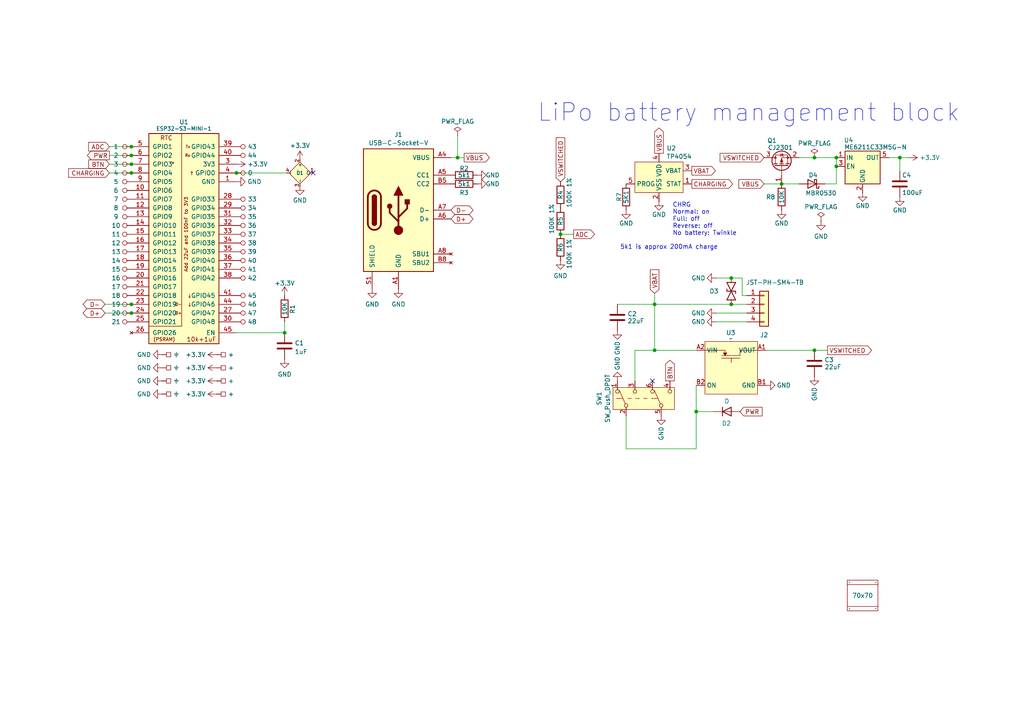
<source format=kicad_sch>
(kicad_sch (version 20250114) (generator "eeschema") (generator_version "9.0")
  (paper "A4")
  (title_block (title "Generic S3") (rev "1") (comment 1 "@TheRealRevK") (comment 2 "www.me.uk"))
  (lib_symbols
    (symbol "Connector_Generic:Conn_01x04" (pin_names (offset 1.016) (hide yes))
      (property "Reference" "J" (at 0 5.08 0))
      (property "Value" "Conn_01x04" (at 0 -7.62 0))
      (symbol "Conn_01x04_1_1"
        (pin passive line (at -5.08 2.54 0) (length 3.81) (name "Pin_1") (number "1"))
        (pin passive line (at -5.08 0 0) (length 3.81) (name "Pin_2") (number "2"))
        (pin passive line (at -5.08 -2.54 0) (length 3.81) (name "Pin_3") (number "3"))
        (pin passive line (at -5.08 -5.08 0) (length 3.81) (name "Pin_4") (number "4"))
      )
    )
    (symbol "Device:C" (pin_numbers (hide yes)) (pin_names (offset 0.254))
      (property "Reference" "C" (at 0.635 2.54 0))
      (property "Value" "C" (at 0.635 -2.54 0))
      (symbol "C_1_1"
        (pin passive line (at 0 3.81 270) (length 2.794) (name "~") (number "1"))
        (pin passive line (at 0 -3.81 90) (length 2.794) (name "~") (number "2"))
      )
    )
    (symbol "Device:D" (pin_numbers (hide yes)) (pin_names (offset 1.016) (hide yes))
      (property "Reference" "D" (at 0 2.54 0))
      (property "Value" "D" (at 0 -2.54 0))
      (symbol "D_1_1"
        (pin passive line (at -3.81 0 0) (length 2.54) (name "K") (number "1"))
        (pin passive line (at 3.81 0 180) (length 2.54) (name "A") (number "2"))
      )
    )
    (symbol "Device:D_Schottky" (pin_numbers (hide yes)) (pin_names (offset 1.016) (hide yes))
      (property "Reference" "D" (at 0 2.54 0))
      (property "Value" "D_Schottky" (at 0 -2.54 0))
      (symbol "D_Schottky_1_1"
        (pin passive line (at -3.81 0 0) (length 2.54) (name "K") (number "1"))
        (pin passive line (at 3.81 0 180) (length 2.54) (name "A") (number "2"))
      )
    )
    (symbol "Device:R" (pin_numbers (hide yes)) (pin_names (offset 0))
      (property "Reference" "R" (at 2.032 0 90))
      (property "Value" "R" (at 0 0 90))
      (symbol "R_1_1"
        (pin passive line (at 0 3.81 270) (length 1.27) (name "~") (number "1"))
        (pin passive line (at 0 -3.81 90) (length 1.27) (name "~") (number "2"))
      )
    )
    (symbol "Regulator_Linear:TLV70033_SOT23-5" (pin_names (offset 0.254))
      (property "Reference" "U" (at -3.81 5.715 0))
      (property "Value" "TLV70033_SOT23-5" (at 0 5.715 0))
      (symbol "TLV70033_SOT23-5_1_1"
        (pin power_in line (at -7.62 2.54 0) (length 2.54) (name "IN") (number "1"))
        (pin input line (at -7.62 0 0) (length 2.54) (name "EN") (number "3"))
        (pin power_in line (at 0 -7.62 90) (length 2.54) (name "GND") (number "2"))
        (pin no_connect line (at 5.08 0 180) (length 2.54) (hide yes) (name "NC") (number "4"))
        (pin power_out line (at 7.62 2.54 180) (length 2.54) (name "OUT") (number "5"))
      )
    )
    (symbol "RevK:ES05D1MC10" (pin_numbers (hide yes))
      (property "Reference" "D" (at 0 2.54 0))
      (symbol "ES05D1MC10_1_1"
        (pin passive line (at -3.81 0 0) (length 1.27) (name "~") (number "2"))
        (pin passive line (at 3.81 0 180) (length 1.27) (name "~") (number "1"))
      )
    )
    (symbol "RevK:ESP32-S3-MINI-1-N4R2" (pin_names (offset 1.016))
      (property "Reference" "U" (at 9.525 28.575 0))
      (property "Value" "ESP32-S3-MINI-1-N4R2" (at 0 31.115 0))
      (symbol "ESP32-S3-MINI-1-N4R2_1_1"
        (text "(PSRAM)" (at -5.715 -29.21 0) (effects (font (size 1 1))))
        (text "RTC" (at -5.08 29.21 0) (effects (font (size 1.27 1.27))))
        (text "*" (at -3.175 21.59 0) (effects (font (size 1.27 1.27))))
        (text "D-" (at -2.54 -19.05 0) (effects (font (size 0.8 0.8)) (justify left)))
        (text "D+" (at -2.54 -21.59 0) (effects (font (size 0.8 0.8)) (justify left)))
        (text "Add 22uF and 100nF to 3V3" (at 0.635 1.27 900) (effects (font (size 1 1))))
        (text "Tx" (at 1.905 26.67 0) (effects (font (size 0.8 0.8)) (justify right)))
        (text "Rx" (at 1.905 24.13 0) (effects (font (size 0.8 0.8)) (justify right)))
        (text "↓" (at 2.54 -16.51 0) (effects (font (size 1.27 1.27)) (justify right)))
        (text "↓" (at 2.54 -19.05 0) (effects (font (size 1.27 1.27)) (justify right)))
        (text "↑" (at 3.175 19.05 0) (effects (font (size 1.27 1.27)) (justify right)))
        (text "10k+1uF" (at 5.08 -29.21 0) (effects (font (size 1.27 1.27))))
        (pin passive line (at -15.24 26.67 0) (length 5.08) (name "GPIO1") (number "5"))
        (pin passive line (at -15.24 24.13 0) (length 5.08) (name "GPIO2") (number "6"))
        (pin passive line (at -15.24 21.59 0) (length 5.08) (name "GPIO3") (number "7"))
        (pin passive line (at -15.24 19.05 0) (length 5.08) (name "GPIO4") (number "8"))
        (pin passive line (at -15.24 16.51 0) (length 5.08) (name "GPIO5") (number "9"))
        (pin passive line (at -15.24 13.97 0) (length 5.08) (name "GPIO6") (number "10"))
        (pin passive line (at -15.24 11.43 0) (length 5.08) (name "GPIO7") (number "11"))
        (pin passive line (at -15.24 8.89 0) (length 5.08) (name "GPIO8") (number "12"))
        (pin passive line (at -15.24 6.35 0) (length 5.08) (name "GPIO9") (number "13"))
        (pin passive line (at -15.24 3.81 0) (length 5.08) (name "GPIO10") (number "14"))
        (pin passive line (at -15.24 1.27 0) (length 5.08) (name "GPIO11") (number "15"))
        (pin passive line (at -15.24 -1.27 0) (length 5.08) (name "GPIO12") (number "16"))
        (pin passive line (at -15.24 -3.81 0) (length 5.08) (name "GPIO13") (number "17"))
        (pin passive line (at -15.24 -6.35 0) (length 5.08) (name "GPIO14") (number "18"))
        (pin passive line (at -15.24 -8.89 0) (length 5.08) (name "GPIO15") (number "19"))
        (pin passive line (at -15.24 -11.43 0) (length 5.08) (name "GPIO16") (number "20"))
        (pin passive line (at -15.24 -13.97 0) (length 5.08) (name "GPIO17") (number "21"))
        (pin passive line (at -15.24 -16.51 0) (length 5.08) (name "GPIO18") (number "22"))
        (pin passive line (at -15.24 -19.05 0) (length 5.08) (name "GPIO19") (number "23"))
        (pin passive line (at -15.24 -21.59 0) (length 5.08) (name "GPIO20") (number "24"))
        (pin passive line (at -15.24 -24.13 0) (length 5.08) (name "GPIO21") (number "25"))
        (pin no_connect line (at -15.24 -27.305 0) (length 5.08) (name "GPIO26") (number "26"))
        (pin passive line (at 15.24 26.67 180) (length 5.08) (name "GPIO43") (number "39"))
        (pin passive line (at 15.24 24.13 180) (length 5.08) (name "GPIO44") (number "40"))
        (pin power_in line (at 15.24 21.59 180) (length 5.08) (name "3V3") (number "3"))
        (pin passive line (at 15.24 19.05 180) (length 5.08) (name "GPIO0") (number "4"))
        (pin power_in line (at 15.24 16.51 180) (length 5.08) (name "GND") (number "1"))
        (pin power_in line (at 15.24 16.51 180) (length 5.08) (hide yes) (name "GND") (number "2"))
        (pin power_in line (at 15.24 16.51 180) (length 5.08) (hide yes) (name "GND") (number "42"))
        (pin power_in line (at 15.24 16.51 180) (length 5.08) (hide yes) (name "GND") (number "43"))
        (pin power_in line (at 15.24 16.51 180) (length 5.08) (hide yes) (name "GND") (number "46"))
        (pin power_in line (at 15.24 16.51 180) (length 5.08) (hide yes) (name "GND") (number "47"))
        (pin power_in line (at 15.24 16.51 180) (length 5.08) (hide yes) (name "GND") (number "48"))
        (pin power_in line (at 15.24 16.51 180) (length 5.08) (hide yes) (name "GND") (number "49"))
        (pin power_in line (at 15.24 16.51 180) (length 5.08) (hide yes) (name "GND") (number "50"))
        (pin power_in line (at 15.24 16.51 180) (length 5.08) (hide yes) (name "GND") (number "51"))
        (pin power_in line (at 15.24 16.51 180) (length 5.08) (hide yes) (name "GND") (number "52"))
        (pin power_in line (at 15.24 16.51 180) (length 5.08) (hide yes) (name "GND") (number "53"))
        (pin power_in line (at 15.24 16.51 180) (length 5.08) (hide yes) (name "GND") (number "54"))
        (pin power_in line (at 15.24 16.51 180) (length 5.08) (hide yes) (name "GND") (number "55"))
        (pin power_in line (at 15.24 16.51 180) (length 5.08) (hide yes) (name "GND") (number "56"))
        (pin power_in line (at 15.24 16.51 180) (length 5.08) (hide yes) (name "GND") (number "57"))
        (pin power_in line (at 15.24 16.51 180) (length 5.08) (hide yes) (name "GND") (number "58"))
        (pin power_in line (at 15.24 16.51 180) (length 5.08) (hide yes) (name "GND") (number "59"))
        (pin power_in line (at 15.24 16.51 180) (length 5.08) (hide yes) (name "GND") (number "60"))
        (pin power_in line (at 15.24 16.51 180) (length 5.08) (hide yes) (name "GND") (number "61"))
        (pin power_in line (at 15.24 16.51 180) (length 5.08) (hide yes) (name "GND") (number "62"))
        (pin power_in line (at 15.24 16.51 180) (length 5.08) (hide yes) (name "GND") (number "63"))
        (pin power_in line (at 15.24 16.51 180) (length 5.08) (hide yes) (name "GND") (number "64"))
        (pin power_in line (at 15.24 16.51 180) (length 5.08) (hide yes) (name "GND") (number "65"))
        (pin passive line (at 15.24 11.43 180) (length 5.08) (name "GPIO33") (number "28"))
        (pin passive line (at 15.24 8.89 180) (length 5.08) (name "GPIO34") (number "29"))
        (pin passive line (at 15.24 6.35 180) (length 5.08) (name "GPIO35") (number "31"))
        (pin passive line (at 15.24 3.81 180) (length 5.08) (name "GPIO36") (number "32"))
        (pin passive line (at 15.24 1.27 180) (length 5.08) (name "GPIO37") (number "33"))
        (pin passive line (at 15.24 -1.27 180) (length 5.08) (name "GPIO38") (number "34"))
        (pin passive line (at 15.24 -3.81 180) (length 5.08) (name "GPIO39") (number "35"))
        (pin passive line (at 15.24 -6.35 180) (length 5.08) (name "GPIO40") (number "36"))
        (pin passive line (at 15.24 -8.89 180) (length 5.08) (name "GPIO41") (number "37"))
        (pin passive line (at 15.24 -11.43 180) (length 5.08) (name "GPIO42") (number "38"))
        (pin passive line (at 15.24 -16.51 180) (length 5.08) (name "GPIO45") (number "41"))
        (pin passive line (at 15.24 -19.05 180) (length 5.08) (name "GPIO46") (number "44"))
        (pin passive line (at 15.24 -21.59 180) (length 5.08) (name "GPIO47") (number "27"))
        (pin passive line (at 15.24 -24.13 180) (length 5.08) (name "GPIO48") (number "30"))
        (pin input line (at 15.24 -27.305 180) (length 5.08) (name "EN") (number "45"))
      )
    )
    (symbol "RevK:PCB" (in_bom no)
      (property "Value" "XxY" (at 0 0 0))
    )
    (symbol "RevK:Round" (in_bom no)
      (property "Value" "Round" (at 2.54 0 0))
      (symbol "Round_1_1"
        (pin bidirectional line (at 0 0 0) (length 1.27) (name "P") (number "1"))
      )
    )
    (symbol "RevK:SW_Push_DPDT" (pin_names (offset 0) (hide yes))
      (property "Reference" "SW" (at 0 10.16 0))
      (property "Value" "SW_Push_DPDT" (at 0 -10.16 0))
      (symbol "SW_Push_DPDT_1_1"
        (pin passive line (at -5.08 5.08 0) (length 2.54) (name "B") (number "2"))
        (pin passive line (at -5.08 -5.08 0) (length 2.54) (name "B") (number "5"))
        (pin passive line (at 5.08 7.62 180) (length 2.54) (name "A") (number "1"))
        (pin passive line (at 5.08 2.54 180) (length 2.54) (name "C") (number "3"))
        (pin passive line (at 5.08 -2.54 180) (length 2.54) (name "A") (number "6"))
        (pin passive line (at 5.08 -7.62 180) (length 2.54) (name "C") (number "4"))
      )
    )
    (symbol "RevK:Square" (in_bom no)
      (property "Value" "Square" (at 2.54 0 0))
      (symbol "Square_1_1"
        (pin passive line (at 0 0 0) (length 1.27) (name "P") (number "1"))
      )
    )
    (symbol "RevK:TP4054"
      (property "Reference" "U" (at 4.445 -5.715 0))
      (property "Value" "TP4054" (at 3.81 5.715 0))
      (symbol "TP4054_1_1"
        (pin input line (at -9.525 -1.905 0) (length 2.54) (name "PROG") (number "5"))
        (pin power_in line (at 0 6.985 270) (length 2.54) (name "VDD") (number "4"))
        (pin power_in line (at 0 -6.985 90) (length 2.54) (name "VSS") (number "2"))
        (pin power_out line (at 9.525 1.905 180) (length 2.54) (name "VBAT") (number "3"))
        (pin open_collector line (at 9.525 -1.905 180) (length 2.54) (name "STAT") (number "1"))
      )
    )
    (symbol "RevK:TPS22916"
      (property "Reference" "U" (at 0 -3.302 0))
      (property "Value" "TPS22916" (at 0 0 0))
      (symbol "TPS22916_1_1"
        (pin power_in line (at -10.16 5.08 0) (length 2.54) (name "VIN") (number "A2"))
        (pin input line (at -10.16 -5.08 0) (length 2.54) (name "ON") (number "B2"))
        (pin power_out line (at 10.16 5.08 180) (length 2.54) (name "VOUT") (number "A1"))
        (pin power_in line (at 10.16 -5.08 180) (length 2.54) (name "GND") (number "B1"))
      )
    )
    (symbol "RevK:USB-C-Socket-H" (pin_names (offset 1.016))
      (property "Reference" "J" (at -10.16 19.05 0))
      (property "Value" "USB-C-Socket-H" (at 0.635 12.7 0))
      (symbol "USB-C-Socket-H_1_1"
        (pin passive line (at -7.62 -22.86 90) (length 5.08) (name "SHIELD") (number "S1"))
        (pin passive line (at 0 -22.86 90) (length 5.08) (name "GND") (number "A1"))
        (pin passive line (at 0 -22.86 90) (length 5.08) (hide yes) (name "GND") (number "A12"))
        (pin passive line (at 0 -22.86 90) (length 5.08) (hide yes) (name "GND") (number "B1"))
        (pin passive line (at 0 -22.86 90) (length 5.08) (hide yes) (name "GND") (number "B12"))
        (pin passive line (at 15.24 15.24 180) (length 5.08) (name "VBUS") (number "A4"))
        (pin passive line (at 15.24 15.24 180) (length 5.08) (hide yes) (name "VBUS") (number "A9"))
        (pin passive line (at 15.24 15.24 180) (length 5.08) (hide yes) (name "VBUS") (number "B4"))
        (pin passive line (at 15.24 15.24 180) (length 5.08) (hide yes) (name "VBUS") (number "B9"))
        (pin bidirectional line (at 15.24 10.16 180) (length 5.08) (name "CC1") (number "A5"))
        (pin bidirectional line (at 15.24 7.62 180) (length 5.08) (name "CC2") (number "B5"))
        (pin bidirectional line (at 15.24 0 180) (length 5.08) (name "D-") (number "A7"))
        (pin bidirectional line (at 15.24 0 180) (length 5.08) (hide yes) (name "D-") (number "B7"))
        (pin bidirectional line (at 15.24 -2.54 180) (length 5.08) (name "D+") (number "A6"))
        (pin bidirectional line (at 15.24 -2.54 180) (length 5.08) (hide yes) (name "D+") (number "B6"))
        (pin no_connect line (at 15.24 -12.7 180) (length 5.08) (name "SBU1") (number "A8"))
        (pin no_connect line (at 15.24 -15.24 180) (length 5.08) (name "SBU2") (number "B8"))
      )
    )
    (symbol "RevK:VCUT" (in_bom no))
    (symbol "RevK:WS2812B-1mm" (pin_names (offset 0.254))
      (property "Reference" "D" (at 0 0 0))
      (symbol "WS2812B-1mm_1_1"
        (pin input line (at -3.81 0 0) (length 0.5) (name "I") (number "4"))
        (pin power_in line (at 0 3.81 270) (length 0.5) (name "-") (number "3"))
        (pin power_in line (at 0 -3.81 90) (length 0.5) (name "+") (number "2"))
        (pin output line (at 3.81 0 180) (length 0.5) (name "O") (number "1"))
      )
    )
    (symbol "Transistor_FET:BSS83P" (pin_names (hide yes))
      (property "Reference" "Q" (at 5.08 1.905 0))
      (property "Value" "BSS83P" (at 5.08 0 0))
      (symbol "BSS83P_1_1"
        (pin input line (at -5.08 0 0) (length 2.54) (name "G") (number "1"))
        (pin passive line (at 2.54 5.08 270) (length 2.54) (name "D") (number "3"))
        (pin passive line (at 2.54 -5.08 90) (length 2.54) (name "S") (number "2"))
      )
    )
    (symbol "power:+3.3V" (power) (pin_numbers (hide yes)) (pin_names (offset 0) (hide yes))
      (property "Value" "+3.3V" (at 0 3.556 0))
      (symbol "+3.3V_1_1"
        (pin power_in line (at 0 0 90) (length 0) (name "~") (number "1"))
      )
    )
    (symbol "power:GND" (power) (pin_numbers (hide yes)) (pin_names (offset 0) (hide yes))
      (property "Value" "GND" (at 0 -3.81 0))
      (symbol "GND_1_1"
        (pin power_in line (at 0 0 270) (length 0) (name "~") (number "1"))
      )
    )
    (symbol "power:PWR_FLAG" (power) (pin_numbers (hide yes)) (pin_names (offset 0) (hide yes))
      (property "Value" "PWR_FLAG" (at 0 3.81 0))
      (symbol "PWR_FLAG_0_0"
        (pin power_out line (at 0 0 90) (length 0) (name "~") (number "1"))
      )
    )
  )
  (text "5k1 is approx 200mA charge" (at 194.056 71.755 0) (effects (font (size 1.27 1.27))))
  (text "CHRG\nNormal: on\nFull: off\nReverse: off\nNo battery: Twinkle" (at 195.072 63.627 0) (effects (font (size 1.27 1.27)) (justify left)))
  (text "LiPo battery management block" (at 217.17 32.766 0) (effects (font (size 5.08 5.08))))
  (junction (at 242.57 45.72))
  (junction (at 212.09 88.265))
  (junction (at 189.865 101.6))
  (junction (at 236.22 45.72))
  (junction (at 242.57 48.26))
  (junction (at 38.1 47.625))
  (junction (at 162.56 67.945))
  (junction (at 189.865 88.265))
  (junction (at 68.58 50.165))
  (junction (at 212.09 80.645))
  (junction (at 226.695 53.34))
  (junction (at 38.1 42.545))
  (junction (at 260.985 45.72))
  (junction (at 38.1 90.805))
  (junction (at 236.22 101.6))
  (junction (at 82.55 96.52))
  (junction (at 38.1 45.085))
  (junction (at 201.93 119.38))
  (junction (at 38.1 50.165))
  (junction (at 132.715 45.72))
  (junction (at 38.1 88.265))
  (no_connect (at 90.805 50.165))
  (no_connect (at 189.23 110.49))
  (wire (pts (xy 181.61 130.175) (xy 201.93 130.175)))
  (wire (pts (xy 189.865 88.265) (xy 212.09 88.265)))
  (wire (pts (xy 260.985 45.72) (xy 260.985 49.53)))
  (wire (pts (xy 222.25 101.6) (xy 236.22 101.6)))
  (wire (pts (xy 207.645 80.645) (xy 212.09 80.645)))
  (wire (pts (xy 189.865 88.265) (xy 189.865 101.6)))
  (wire (pts (xy 236.22 45.72) (xy 242.57 45.72)))
  (wire (pts (xy 212.09 88.265) (xy 216.535 88.265)))
  (wire (pts (xy 31.75 42.545) (xy 38.1 42.545)))
  (wire (pts (xy 231.775 45.72) (xy 236.22 45.72)))
  (wire (pts (xy 31.75 50.165) (xy 38.1 50.165)))
  (wire (pts (xy 201.93 119.38) (xy 201.93 130.175)))
  (wire (pts (xy 82.55 93.345) (xy 82.55 96.52)))
  (wire (pts (xy 184.15 101.6) (xy 184.15 110.49)))
  (wire (pts (xy 189.865 85.09) (xy 189.865 88.265)))
  (wire (pts (xy 207.645 93.345) (xy 216.535 93.345)))
  (wire (pts (xy 189.865 101.6) (xy 184.15 101.6)))
  (wire (pts (xy 201.93 111.76) (xy 201.93 119.38)))
  (wire (pts (xy 215.265 80.645) (xy 215.265 85.725)))
  (wire (pts (xy 260.985 45.72) (xy 263.525 45.72)))
  (wire (pts (xy 212.09 80.645) (xy 215.265 80.645)))
  (wire (pts (xy 242.57 48.26) (xy 242.57 53.34)))
  (wire (pts (xy 30.48 88.265) (xy 38.1 88.265)))
  (wire (pts (xy 236.22 101.6) (xy 240.03 101.6)))
  (wire (pts (xy 215.265 85.725) (xy 216.535 85.725)))
  (wire (pts (xy 207.645 90.805) (xy 216.535 90.805)))
  (wire (pts (xy 201.93 119.38) (xy 207.01 119.38)))
  (wire (pts (xy 68.58 50.165) (xy 83.185 50.165)))
  (wire (pts (xy 231.775 53.34) (xy 226.695 53.34)))
  (wire (pts (xy 239.395 53.34) (xy 242.57 53.34)))
  (wire (pts (xy 31.75 47.625) (xy 38.1 47.625)))
  (wire (pts (xy 30.48 90.805) (xy 38.1 90.805)))
  (wire (pts (xy 221.615 53.34) (xy 226.695 53.34)))
  (wire (pts (xy 132.715 45.72) (xy 130.81 45.72)))
  (wire (pts (xy 257.81 45.72) (xy 260.985 45.72)))
  (wire (pts (xy 132.715 39.37) (xy 132.715 45.72)))
  (wire (pts (xy 181.61 120.65) (xy 181.61 130.175)))
  (wire (pts (xy 189.865 101.6) (xy 201.93 101.6)))
  (wire (pts (xy 166.37 67.945) (xy 162.56 67.945)))
  (wire (pts (xy 134.62 45.72) (xy 132.715 45.72)))
  (wire (pts (xy 31.75 45.085) (xy 38.1 45.085)))
  (wire (pts (xy 179.07 88.265) (xy 189.865 88.265)))
  (wire (pts (xy 242.57 45.72) (xy 242.57 48.26)))
  (wire (pts (xy 68.58 96.52) (xy 82.55 96.52)))
  (global_label "ADC" (shape output) (at 166.37 67.945 0) (property "Intersheetrefs" "${INTERSHEET_REFS}" (effects (hide yes))))
  (global_label "CHARGING" (shape input) (at 31.75 50.165 180) (property "Intersheetrefs" "${INTERSHEET_REFS}" (effects (hide yes))))
  (global_label "BTN" (shape input) (at 31.75 47.625 180) (property "Intersheetrefs" "${INTERSHEET_REFS}" (effects (hide yes))))
  (global_label "VSWITCHED" (shape input) (at 162.56 52.705 90) (property "Intersheetrefs" "${INTERSHEET_REFS}" (effects (hide yes))))
  (global_label "PWR" (shape input) (at 214.63 119.38 0) (property "Intersheetrefs" "${INTERSHEET_REFS}" (effects (hide yes))))
  (global_label "D+" (shape bidirectional) (at 30.48 90.805 180) (property "Intersheetrefs" "${INTERSHEET_REFS}" (effects (hide yes))))
  (global_label "VBUS" (shape output) (at 134.62 45.72 0) (property "Intersheetrefs" "${INTERSHEET_REFS}" (effects (hide yes))))
  (global_label "D+" (shape bidirectional) (at 130.81 63.5 0) (property "Intersheetrefs" "${INTERSHEET_REFS}" (effects (hide yes))))
  (global_label "VBAT" (shape output) (at 200.66 49.53 0) (property "Intersheetrefs" "${INTERSHEET_REFS}" (effects (hide yes))))
  (global_label "VSWITCHED" (shape input) (at 221.615 45.72 180) (property "Intersheetrefs" "${INTERSHEET_REFS}" (effects (hide yes))))
  (global_label "VSWITCHED" (shape output) (at 240.03 101.6 0) (property "Intersheetrefs" "${INTERSHEET_REFS}" (effects (hide yes))))
  (global_label "CHARGING" (shape output) (at 200.66 53.34 0) (property "Intersheetrefs" "${INTERSHEET_REFS}" (effects (hide yes))))
  (global_label "VBAT" (shape input) (at 189.865 85.09 90) (property "Intersheetrefs" "${INTERSHEET_REFS}" (effects (hide yes))))
  (global_label "ADC" (shape input) (at 31.75 42.545 180) (property "Intersheetrefs" "${INTERSHEET_REFS}" (effects (hide yes))))
  (global_label "BTN" (shape output) (at 194.31 110.49 90) (property "Intersheetrefs" "${INTERSHEET_REFS}" (effects (hide yes))))
  (global_label "D-" (shape bidirectional) (at 130.81 60.96 0) (property "Intersheetrefs" "${INTERSHEET_REFS}" (effects (hide yes))))
  (global_label "D-" (shape bidirectional) (at 30.48 88.265 180) (property "Intersheetrefs" "${INTERSHEET_REFS}" (effects (hide yes))))
  (global_label "VBUS" (shape output) (at 191.135 44.45 90) (property "Intersheetrefs" "${INTERSHEET_REFS}" (effects (hide yes))))
  (global_label "PWR" (shape output) (at 31.75 45.085 180) (property "Intersheetrefs" "${INTERSHEET_REFS}" (effects (hide yes))))
  (global_label "VBUS" (shape input) (at 221.615 53.34 180) (property "Intersheetrefs" "${INTERSHEET_REFS}" (effects (hide yes))))
  (symbol (lib_id "RevK:Round") (at 68.58 90.805 0) (unit 1) (in_bom no)
    (property "Reference" "P13" (effects (hide yes)))
    (property "Value" "47" (at 71.8312 90.805 0) (effects (justify left)))
    (property "Footprint" "RevK:Round" (effects (hide yes)))
  )
  (symbol (lib_id "power:+3.3V") (at 263.525 45.72 270) (unit 1)
    (property "Reference" "#PWR034" (effects (hide yes)))
    (property "Value" "+3.3V" (at 266.7 45.72 90) (effects (justify left)))
    (property "Description" "Power symbol creates a global label with name \"+3.3V\"" (effects (hide yes)))
  )
  (symbol (lib_id "RevK:Round") (at 38.1 70.485 180) (unit 1) (in_bom no)
    (property "Reference" "P28" (effects (hide yes)))
    (property "Value" "12" (at 33.655 70.485 0))
    (property "Footprint" "RevK:Round" (effects (hide yes)))
  )
  (symbol (lib_id "RevK:Square") (at 46.99 114.3 0) (unit 1) (in_bom no)
    (property "Reference" "P42" (effects (hide yes)))
    (property "Value" "⏚" (at 50.2412 114.3 0) (effects (justify left)))
    (property "Footprint" "RevK:Square" (effects (hide yes)))
  )
  (symbol (lib_id "RevK:SW_Push_DPDT") (at 186.69 115.57 90) (unit 1)
    (property "Reference" "SW1" (at 173.7825 115.57 0))
    (property "Value" "SW_Push_DPDT" (at 176.2068 115.57 0))
    (property "Footprint" "RevK:SW_Push_DPDT" (effects (hide yes)))
    (property "Description" "Momentary Switch, dual pole double throw" (effects (hide yes)))
    (property "MPN" "C2911139" (effects (hide yes)))
  )
  (symbol (lib_id "Device:C") (at 236.22 105.41 0) (unit 1)
    (property "Reference" "C3" (at 239.141 104.386 0) (effects (justify left)))
    (property "Value" "22uF" (at 239.141 106.434 0) (effects (justify left)))
    (property "Footprint" "RevK:C_0603" (effects (hide yes)))
    (property "Description" "Unpolarized capacitor" (effects (hide yes)))
  )
  (symbol (lib_id "RevK:Round") (at 68.58 45.085 0) (unit 1) (in_bom no)
    (property "Reference" "P37" (effects (hide yes)))
    (property "Value" "44" (at 71.8312 45.085 0) (effects (justify left)))
    (property "Footprint" "RevK:Round" (effects (hide yes)))
  )
  (symbol (lib_id "RevK:Round") (at 68.58 70.485 0) (unit 1) (in_bom no)
    (property "Reference" "P6" (effects (hide yes)))
    (property "Value" "38" (at 71.8312 70.485 0) (effects (justify left)))
    (property "Footprint" "RevK:Round" (effects (hide yes)))
  )
  (symbol (lib_id "RevK:Round") (at 38.1 90.805 180) (unit 1) (in_bom no)
    (property "Reference" "P25" (effects (hide yes)))
    (property "Value" "20" (at 33.655 90.805 0))
    (property "Footprint" "RevK:Round" (effects (hide yes)))
  )
  (symbol (lib_id "RevK:Round") (at 68.58 42.545 0) (unit 1) (in_bom no)
    (property "Reference" "P36" (effects (hide yes)))
    (property "Value" "43" (at 71.8312 42.545 0) (effects (justify left)))
    (property "Footprint" "RevK:Round" (effects (hide yes)))
  )
  (symbol (lib_id "power:GND") (at 107.95 83.82 0) (unit 1)
    (property "Reference" "#PWR015" (effects (hide yes)))
    (property "Value" "GND" (at 107.95 88.2634 0))
    (property "Description" "Power symbol creates a global label with name \"GND\" , ground" (effects (hide yes)))
  )
  (symbol (lib_id "RevK:Round") (at 38.1 85.725 180) (unit 1) (in_bom no)
    (property "Reference" "P15" (effects (hide yes)))
    (property "Value" "18" (at 33.655 85.725 0))
    (property "Footprint" "RevK:Round" (effects (hide yes)))
  )
  (symbol (lib_id "power:+3.3V") (at 62.865 114.3 90) (unit 1)
    (property "Reference" "#PWR06" (effects (hide yes)))
    (property "Value" "+3.3V" (at 59.69 114.3 90) (effects (justify left)))
    (property "Description" "Power symbol creates a global label with name \"+3.3V\"" (effects (hide yes)))
  )
  (symbol (lib_id "power:+3.3V") (at 82.55 85.725 0) (unit 1)
    (property "Reference" "#PWR011" (effects (hide yes)))
    (property "Value" "+3.3V" (at 82.55 82.1492 0))
    (property "Description" "Power symbol creates a global label with name \"+3.3V\"" (effects (hide yes)))
  )
  (symbol (lib_id "power:GND") (at 238.125 64.135 0) (unit 1)
    (property "Reference" "#PWR031" (effects (hide yes)))
    (property "Value" "GND" (at 238.125 68.5784 0))
    (property "Description" "Power symbol creates a global label with name \"GND\" , ground" (effects (hide yes)))
  )
  (symbol (lib_id "power:GND") (at 138.43 50.8 90) (unit 1)
    (property "Reference" "#PWR017" (effects (hide yes)))
    (property "Value" "GND" (at 142.8734 50.8 90))
    (property "Description" "Power symbol creates a global label with name \"GND\" , ground" (effects (hide yes)))
  )
  (symbol (lib_id "RevK:USB-C-Socket-H") (at 115.57 60.96 0) (unit 1)
    (property "Reference" "J1" (at 115.57 39.0357 0))
    (property "Value" "USB-C-Socket-V" (at 115.57 41.4599 0))
    (property "Footprint" "RevK:USB-C-Socket-H" (effects (hide yes)))
    (property "Description" "USB 2.0-only Type-C Receptacle connector" (effects (hide yes)))
    (property "MPN" "C709357" (effects (hide yes)))
  )
  (symbol (lib_id "RevK:Round") (at 38.1 83.185 180) (unit 1) (in_bom no)
    (property "Reference" "P20" (effects (hide yes)))
    (property "Value" "17" (at 33.655 83.185 0))
    (property "Footprint" "RevK:Round" (effects (hide yes)))
  )
  (symbol (lib_id "RevK:Round") (at 68.58 73.025 0) (unit 1) (in_bom no)
    (property "Reference" "P7" (effects (hide yes)))
    (property "Value" "39" (at 71.8312 73.025 0) (effects (justify left)))
    (property "Footprint" "RevK:Round" (effects (hide yes)))
  )
  (symbol (lib_id "power:GND") (at 236.22 109.22 0) (unit 1)
    (property "Reference" "#PWR030" (effects (hide yes)))
    (property "Value" "GND" (at 236.22 114.3 90))
    (property "Description" "Power symbol creates a global label with name \"GND\" , ground" (effects (hide yes)))
  )
  (symbol (lib_id "RevK:Round") (at 68.58 85.725 0) (unit 1) (in_bom no)
    (property "Reference" "P11" (effects (hide yes)))
    (property "Value" "45" (at 71.8312 85.725 0) (effects (justify left)))
    (property "Footprint" "RevK:Round" (effects (hide yes)))
  )
  (symbol (lib_id "Device:D") (at 210.82 119.38 0) (unit 1)
    (property "Reference" "D2" (at 210.693 122.809 0))
    (property "Value" "D" (at 210.82 116.3898 0))
    (property "Footprint" "RevK:D_0402" (effects (hide yes)))
    (property "Description" "Diode" (effects (hide yes)))
    (property "Sim.Device" "D" (effects (hide yes)))
    (property "Sim.Pins" "1=K 2=A" (effects (hide yes)))
    (property "MPN" "C28642302" (effects (hide yes)))
  )
  (symbol (lib_id "RevK:Square") (at 62.865 114.3 0) (unit 1) (in_bom no)
    (property "Reference" "P46" (effects (hide yes)))
    (property "Value" "+" (at 66.1162 114.3 0) (effects (justify left)))
    (property "Footprint" "RevK:Square" (effects (hide yes)))
  )
  (symbol (lib_id "power:PWR_FLAG") (at 238.125 64.135 0) (unit 1)
    (property "Reference" "#FLG03" (effects (hide yes)))
    (property "Value" "PWR_FLAG" (at 238.125 60.0019 0))
    (property "Description" "Special symbol for telling ERC where power comes from" (effects (hide yes)))
  )
  (symbol (lib_id "RevK:Square") (at 46.99 110.49 0) (unit 1) (in_bom no)
    (property "Reference" "P41" (effects (hide yes)))
    (property "Value" "⏚" (at 50.2412 110.49 0) (effects (justify left)))
    (property "Footprint" "RevK:Square" (effects (hide yes)))
  )
  (symbol (lib_id "RevK:VCUT") (at 250.19 175.895 0) (unit 1) (exclude_from_sim yes) (in_bom no)
    (property "Reference" "V2" (effects (hide yes)))
    (property "Value" "70" (effects (hide yes)))
    (property "Footprint" "RevK:VCUT70" (effects (hide yes)))
  )
  (symbol (lib_id "Device:C") (at 179.07 92.075 0) (unit 1)
    (property "Reference" "C2" (at 181.991 91.051 0) (effects (justify left)))
    (property "Value" "22uF" (at 181.991 93.099 0) (effects (justify left)))
    (property "Footprint" "RevK:C_0603" (effects (hide yes)))
    (property "Description" "Unpolarized capacitor" (effects (hide yes)))
  )
  (symbol (lib_id "RevK:Round") (at 38.1 78.105 180) (unit 1) (in_bom no)
    (property "Reference" "P18" (effects (hide yes)))
    (property "Value" "15" (at 33.655 78.105 0))
    (property "Footprint" "RevK:Round" (effects (hide yes)))
  )
  (symbol (lib_id "Device:D_Schottky") (at 235.585 53.34 180) (unit 1)
    (property "Reference" "D4" (at 235.839 50.8 0))
    (property "Value" "MBR0530" (at 238.125 56.007 0))
    (property "Footprint" "RevK:D_SOD-123" (effects (hide yes)))
    (property "Description" "Schottky diode" (effects (hide yes)))
    (property "MPN" "C5204746" (effects (hide yes)))
  )
  (symbol (lib_id "RevK:WS2812B-1mm") (at 86.995 50.165 0) (mirror x) (unit 1)
    (property "Reference" "D1" (at 86.995 50.165 0) (effects (font (size 1 1))))
    (property "Value" "XL-1010RGBC-WS2812B" (effects (hide yes)))
    (property "Footprint" "RevK:SMD1010-Side2" (effects (hide yes)))
    (property "Datasheet" "https://datasheet.lcsc.com/lcsc/2301111010_XINGLIGHT-XL-1010RGBC-WS2812B_C5349953.pdf" (effects (hide yes)))
    (property "Description" "RGB LED with integrated controller" (effects (hide yes)))
    (property "MPN" "C5349953" (effects (hide yes)))
  )
  (symbol (lib_id "RevK:Round") (at 38.1 65.405 180) (unit 1) (in_bom no)
    (property "Reference" "P26" (effects (hide yes)))
    (property "Value" "10" (at 33.655 65.405 0))
    (property "Footprint" "RevK:Round" (effects (hide yes)))
  )
  (symbol (lib_id "RevK:Round") (at 38.1 52.705 180) (unit 1) (in_bom no)
    (property "Reference" "P34" (effects (hide yes)))
    (property "Value" "5" (at 33.655 52.705 0))
    (property "Footprint" "RevK:Round" (effects (hide yes)))
  )
  (symbol (lib_id "RevK:Round") (at 68.58 93.345 0) (unit 1) (in_bom no)
    (property "Reference" "P14" (effects (hide yes)))
    (property "Value" "48" (at 71.8312 93.345 0) (effects (justify left)))
    (property "Footprint" "RevK:Round" (effects (hide yes)))
  )
  (symbol (lib_id "power:GND") (at 260.985 57.15 0) (unit 1)
    (property "Reference" "#PWR033" (effects (hide yes)))
    (property "Value" "GND" (at 260.985 60.96 0))
    (property "Description" "Power symbol creates a global label with name \"GND\" , ground" (effects (hide yes)))
  )
  (symbol (lib_id "power:GND") (at 226.695 60.96 0) (unit 1)
    (property "Reference" "#PWR029" (effects (hide yes)))
    (property "Value" "GND" (at 226.695 64.77 0))
    (property "Description" "Power symbol creates a global label with name \"GND\" , ground" (effects (hide yes)))
  )
  (symbol (lib_id "power:GND") (at 207.645 90.805 270) (unit 1)
    (property "Reference" "#PWR026" (effects (hide yes)))
    (property "Value" "GND" (at 202.565 90.805 90))
    (property "Description" "Power symbol creates a global label with name \"GND\" , ground" (effects (hide yes)))
  )
  (symbol (lib_id "power:PWR_FLAG") (at 132.715 39.37 0) (unit 1)
    (property "Reference" "#FLG01" (effects (hide yes)))
    (property "Value" "PWR_FLAG" (at 132.715 35.2369 0))
    (property "Description" "Special symbol for telling ERC where power comes from" (effects (hide yes)))
  )
  (symbol (lib_id "power:GND") (at 46.99 102.87 270) (unit 1)
    (property "Reference" "#PWR02" (effects (hide yes)))
    (property "Value" "GND" (at 43.8151 102.87 90) (effects (justify right)))
    (property "Description" "Power symbol creates a global label with name \"GND\" , ground" (effects (hide yes)))
  )
  (symbol (lib_id "Device:R") (at 181.61 57.15 180) (unit 1)
    (property "Reference" "R7" (at 179.578 57.15 90))
    (property "Value" "5K1" (at 181.61 57.15 90))
    (property "Footprint" "RevK:R_0201" (effects (hide yes)))
    (property "Description" "Resistor" (effects (hide yes)))
  )
  (symbol (lib_id "power:GND") (at 250.19 55.88 0) (unit 1)
    (property "Reference" "#PWR032" (effects (hide yes)))
    (property "Value" "GND" (at 250.19 59.69 0))
    (property "Description" "Power symbol creates a global label with name \"GND\" , ground" (effects (hide yes)))
  )
  (symbol (lib_id "RevK:Round") (at 38.1 57.785 180) (unit 1) (in_bom no)
    (property "Reference" "P22" (effects (hide yes)))
    (property "Value" "7" (at 33.655 57.785 0))
    (property "Footprint" "RevK:Round" (effects (hide yes)))
  )
  (symbol (lib_id "Device:C") (at 82.55 100.33 0) (unit 1)
    (property "Reference" "C1" (at 85.471 99.4953 0) (effects (justify left)))
    (property "Value" "1uF" (at 85.471 102.0322 0) (effects (justify left)))
    (property "Footprint" "RevK:C_0201" (effects (hide yes)))
    (property "Description" "Unpolarized capacitor" (effects (hide yes)))
  )
  (symbol (lib_id "RevK:Square") (at 62.865 110.49 0) (unit 1) (in_bom no)
    (property "Reference" "P45" (effects (hide yes)))
    (property "Value" "+" (at 66.1162 110.49 0) (effects (justify left)))
    (property "Footprint" "RevK:Square" (effects (hide yes)))
  )
  (symbol (lib_id "power:+3.3V") (at 86.995 46.355 0) (unit 1)
    (property "Reference" "#PWR013" (effects (hide yes)))
    (property "Value" "+3.3V" (at 86.995 42.2219 0))
    (property "Description" "Power symbol creates a global label with name \"+3.3V\"" (effects (hide yes)))
  )
  (symbol (lib_id "power:GND") (at 207.645 80.645 270) (unit 1)
    (property "Reference" "#PWR025" (effects (hide yes)))
    (property "Value" "GND" (at 202.565 80.645 90))
    (property "Description" "Power symbol creates a global label with name \"GND\" , ground" (effects (hide yes)))
  )
  (symbol (lib_id "RevK:Round") (at 38.1 73.025 180) (unit 1) (in_bom no)
    (property "Reference" "P29" (effects (hide yes)))
    (property "Value" "13" (at 33.655 73.025 0))
    (property "Footprint" "RevK:Round" (effects (hide yes)))
  )
  (symbol (lib_id "RevK:TPS22916") (at 212.09 106.68 0) (unit 1)
    (property "Reference" "U3" (at 211.963 96.5285 0))
    (property "Value" "~" (at 211.963 98.2099 0))
    (property "Footprint" "RevK:WCSP-4-0.78x0.78" (effects (hide yes)))
    (property "MPN" "C2655476" (effects (hide yes)))
    (property "Rotation Offset" "90" (effects (hide yes)))
  )
  (symbol (lib_id "power:GND") (at 46.99 106.68 270) (unit 1)
    (property "Reference" "#PWR05" (effects (hide yes)))
    (property "Value" "GND" (at 43.8151 106.68 90) (effects (justify right)))
    (property "Description" "Power symbol creates a global label with name \"GND\" , ground" (effects (hide yes)))
  )
  (symbol (lib_id "RevK:VCUT") (at 250.19 169.545 0) (unit 1) (exclude_from_sim yes) (in_bom no)
    (property "Reference" "V1" (effects (hide yes)))
    (property "Value" "70" (effects (hide yes)))
    (property "Footprint" "RevK:VCUT70" (effects (hide yes)))
  )
  (symbol (lib_id "power:PWR_FLAG") (at 236.22 45.72 0) (unit 1)
    (property "Reference" "#FLG02" (effects (hide yes)))
    (property "Value" "PWR_FLAG" (at 236.22 41.5869 0))
    (property "Description" "Special symbol for telling ERC where power comes from" (effects (hide yes)))
  )
  (symbol (lib_id "RevK:Square") (at 62.865 106.68 0) (unit 1) (in_bom no)
    (property "Reference" "P44" (effects (hide yes)))
    (property "Value" "+" (at 66.1162 106.68 0) (effects (justify left)))
    (property "Footprint" "RevK:Square" (effects (hide yes)))
  )
  (symbol (lib_id "RevK:Round") (at 38.1 47.625 180) (unit 1) (in_bom no)
    (property "Reference" "P32" (effects (hide yes)))
    (property "Value" "3" (at 33.655 47.625 0))
    (property "Footprint" "RevK:Round" (effects (hide yes)))
  )
  (symbol (lib_id "RevK:Round") (at 38.1 45.085 180) (unit 1) (in_bom no)
    (property "Reference" "P31" (effects (hide yes)))
    (property "Value" "2" (at 33.655 45.085 0))
    (property "Footprint" "RevK:Round" (effects (hide yes)))
  )
  (symbol (lib_id "power:GND") (at 222.25 111.76 90) (unit 1)
    (property "Reference" "#PWR028" (effects (hide yes)))
    (property "Value" "GND" (at 227.33 111.76 90))
    (property "Description" "Power symbol creates a global label with name \"GND\" , ground" (effects (hide yes)))
  )
  (symbol (lib_id "power:GND") (at 46.99 110.49 270) (unit 1)
    (property "Reference" "#PWR01" (effects (hide yes)))
    (property "Value" "GND" (at 43.8151 110.49 90) (effects (justify right)))
    (property "Description" "Power symbol creates a global label with name \"GND\" , ground" (effects (hide yes)))
  )
  (symbol (lib_id "power:GND") (at 86.995 53.975 0) (unit 1)
    (property "Reference" "#PWR014" (effects (hide yes)))
    (property "Value" "GND" (at 86.995 58.1081 0))
    (property "Description" "Power symbol creates a global label with name \"GND\" , ground" (effects (hide yes)))
  )
  (symbol (lib_id "power:GND") (at 179.07 110.49 180) (unit 1)
    (property "Reference" "#PWR021" (effects (hide yes)))
    (property "Value" "GND" (at 179.07 105.41 90))
    (property "Description" "Power symbol creates a global label with name \"GND\" , ground" (effects (hide yes)))
  )
  (symbol (lib_id "RevK:Round") (at 68.58 75.565 0) (unit 1) (in_bom no)
    (property "Reference" "P8" (effects (hide yes)))
    (property "Value" "40" (at 71.8312 75.565 0) (effects (justify left)))
    (property "Footprint" "RevK:Round" (effects (hide yes)))
  )
  (symbol (lib_id "RevK:Round") (at 68.58 67.945 0) (unit 1) (in_bom no)
    (property "Reference" "P5" (effects (hide yes)))
    (property "Value" "37" (at 71.8312 67.945 0) (effects (justify left)))
    (property "Footprint" "RevK:Round" (effects (hide yes)))
  )
  (symbol (lib_id "RevK:Round") (at 38.1 75.565 180) (unit 1) (in_bom no)
    (property "Reference" "P17" (effects (hide yes)))
    (property "Value" "14" (at 33.655 75.565 0))
    (property "Footprint" "RevK:Round" (effects (hide yes)))
  )
  (symbol (lib_id "RevK:Square") (at 62.865 102.87 0) (unit 1) (in_bom no)
    (property "Reference" "P43" (effects (hide yes)))
    (property "Value" "+" (at 66.1162 102.87 0) (effects (justify left)))
    (property "Footprint" "RevK:Square" (effects (hide yes)))
  )
  (symbol (lib_id "power:GND") (at 162.56 75.565 0) (unit 1)
    (property "Reference" "#PWR019" (effects (hide yes)))
    (property "Value" "GND" (at 162.56 80.0084 0))
    (property "Description" "Power symbol creates a global label with name \"GND\" , ground" (effects (hide yes)))
  )
  (symbol (lib_id "Device:C") (at 260.985 53.34 0) (unit 1)
    (property "Reference" "C4" (at 261.62 50.8 0) (effects (justify left)))
    (property "Value" "100uF" (at 261.62 55.88 0) (effects (justify left)))
    (property "Footprint" "RevK:C_0805" (effects (hide yes)))
    (property "Description" "Unpolarized capacitor" (effects (hide yes)))
    (property "MPN" "C141660" (effects (hide yes)))
  )
  (symbol (lib_id "power:+3.3V") (at 62.865 110.49 90) (unit 1)
    (property "Reference" "#PWR05" (effects (hide yes)))
    (property "Value" "+3.3V" (at 59.69 110.49 90) (effects (justify left)))
    (property "Description" "Power symbol creates a global label with name \"+3.3V\"" (effects (hide yes)))
  )
  (symbol (lib_id "RevK:PCB") (at 250.19 172.72 0) (unit 1) (in_bom no)
    (property "Reference" "PCB1" (effects (hide yes)))
    (property "Value" "70x70" (at 250.19 172.72 0))
    (property "Footprint" "RevK:PCB7070" (effects (hide yes)))
  )
  (symbol (lib_id "RevK:Round") (at 68.58 80.645 0) (unit 1) (in_bom no)
    (property "Reference" "P10" (effects (hide yes)))
    (property "Value" "42" (at 71.8312 80.645 0) (effects (justify left)))
    (property "Footprint" "RevK:Round" (effects (hide yes)))
  )
  (symbol (lib_id "power:GND") (at 46.99 114.3 270) (unit 1)
    (property "Reference" "#PWR02" (effects (hide yes)))
    (property "Value" "GND" (at 43.8151 114.3 90) (effects (justify right)))
    (property "Description" "Power symbol creates a global label with name \"GND\" , ground" (effects (hide yes)))
  )
  (symbol (lib_id "RevK:Round") (at 68.58 65.405 0) (unit 1) (in_bom no)
    (property "Reference" "P4" (effects (hide yes)))
    (property "Value" "36" (at 71.8312 65.405 0) (effects (justify left)))
    (property "Footprint" "RevK:Round" (effects (hide yes)))
  )
  (symbol (lib_id "power:GND") (at 191.77 120.65 0) (unit 1)
    (property "Reference" "#PWR024" (effects (hide yes)))
    (property "Value" "GND" (at 191.77 125.73 90))
    (property "Description" "Power symbol creates a global label with name \"GND\" , ground" (effects (hide yes)))
  )
  (symbol (lib_id "power:GND") (at 82.55 104.14 0) (unit 1)
    (property "Reference" "#PWR012" (effects (hide yes)))
    (property "Value" "GND" (at 82.55 108.5834 0))
    (property "Description" "Power symbol creates a global label with name \"GND\" , ground" (effects (hide yes)))
  )
  (symbol (lib_id "power:+3.3V") (at 62.865 102.87 90) (unit 1)
    (property "Reference" "#PWR03" (effects (hide yes)))
    (property "Value" "+3.3V" (at 59.69 102.87 90) (effects (justify left)))
    (property "Description" "Power symbol creates a global label with name \"+3.3V\"" (effects (hide yes)))
  )
  (symbol (lib_id "RevK:Round") (at 68.58 50.165 0) (unit 1) (in_bom no)
    (property "Reference" "P38" (effects (hide yes)))
    (property "Value" "0" (at 71.8312 50.165 0) (effects (justify left)))
    (property "Footprint" "RevK:Round" (effects (hide yes)))
  )
  (symbol (lib_id "RevK:ES05D1MC10") (at 212.09 84.455 90) (unit 1)
    (property "Reference" "D3" (at 205.74 84.455 90) (effects (justify right)))
    (property "Value" "~" (at 212.09 84.455 0))
    (property "Footprint" "RevK:DFN1006-2L" (effects (hide yes)))
    (property "MPN" "C5137770" (effects (hide yes)))
  )
  (symbol (lib_id "RevK:TP4054") (at 191.135 51.435 0) (unit 1)
    (property "Reference" "U2" (at 193.3291 42.9727 0) (effects (justify left)))
    (property "Value" "TP4054" (at 193.3291 45.3969 0) (effects (justify left)))
    (property "Footprint" "RevK:SOT-23-5" (effects (hide yes)))
    (property "Description" "Battery charger" (effects (hide yes)))
    (property "MPN" "C668215" (effects (hide yes)))
  )
  (symbol (lib_id "RevK:Square") (at 46.99 106.68 0) (unit 1) (in_bom no)
    (property "Reference" "P40" (effects (hide yes)))
    (property "Value" "⏚" (at 50.2412 106.68 0) (effects (justify left)))
    (property "Footprint" "RevK:Square" (effects (hide yes)))
  )
  (symbol (lib_id "power:GND") (at 68.58 52.705 90) (unit 1)
    (property "Reference" "#PWR01" (effects (hide yes)))
    (property "Value" "GND" (at 71.755 52.705 90) (effects (justify right)))
    (property "Description" "Power symbol creates a global label with name \"GND\" , ground" (effects (hide yes)))
  )
  (symbol (lib_id "power:+3.3V") (at 62.865 106.68 90) (unit 1)
    (property "Reference" "#PWR04" (effects (hide yes)))
    (property "Value" "+3.3V" (at 59.69 106.68 90) (effects (justify left)))
    (property "Description" "Power symbol creates a global label with name \"+3.3V\"" (effects (hide yes)))
  )
  (symbol (lib_id "RevK:Round") (at 38.1 93.345 180) (unit 1) (in_bom no)
    (property "Reference" "P35" (effects (hide yes)))
    (property "Value" "21" (at 33.655 93.345 0))
    (property "Footprint" "RevK:Round" (effects (hide yes)))
  )
  (symbol (lib_id "RevK:Round") (at 68.58 88.265 0) (unit 1) (in_bom no)
    (property "Reference" "P12" (effects (hide yes)))
    (property "Value" "46" (at 71.8312 88.265 0) (effects (justify left)))
    (property "Footprint" "RevK:Round" (effects (hide yes)))
  )
  (symbol (lib_id "RevK:Round") (at 38.1 42.545 180) (unit 1) (in_bom no)
    (property "Reference" "P30" (effects (hide yes)))
    (property "Value" "1" (at 33.655 42.545 0))
    (property "Footprint" "RevK:Round" (effects (hide yes)))
  )
  (symbol (lib_id "Device:R") (at 134.62 50.8 90) (unit 1)
    (property "Reference" "R2" (at 134.62 48.895 90))
    (property "Value" "5k1" (at 134.62 50.8 90))
    (property "Footprint" "RevK:R_0201" (effects (hide yes)))
    (property "Description" "Resistor" (effects (hide yes)))
    (property "MPN" "C274341" (effects (hide yes)))
  )
  (symbol (lib_id "RevK:Square") (at 46.99 102.87 0) (unit 1) (in_bom no)
    (property "Reference" "P39" (effects (hide yes)))
    (property "Value" "⏚" (at 50.2412 102.87 0) (effects (justify left)))
    (property "Footprint" "RevK:Square" (effects (hide yes)))
  )
  (symbol (lib_id "RevK:ESP32-S3-MINI-1-N4R2") (at 53.34 69.215 0) (unit 1)
    (property "Reference" "U1" (at 53.34 35.3782 0))
    (property "Value" "ESP32-S3-MINI-1" (at 53.34 37.3146 0) (effects (font (size 1.1 1.1))))
    (property "Footprint" "RevK:ESP32-S3-MINI-1" (effects (hide yes)))
    (property "Datasheet" "https://www.espressif.com/sites/default/files/documentation/esp32-s3-mini-1_mini-1u_datasheet_en.pdf" (effects (hide yes)))
    (property "Description" "ESP32S3" (effects (hide yes)))
    (property "MPN" "C3013941" (effects (hide yes)))
  )
  (symbol (lib_id "RevK:Round") (at 68.58 62.865 0) (unit 1) (in_bom no)
    (property "Reference" "P3" (effects (hide yes)))
    (property "Value" "35" (at 71.8312 62.865 0) (effects (justify left)))
    (property "Footprint" "RevK:Round" (effects (hide yes)))
  )
  (symbol (lib_id "RevK:Round") (at 38.1 62.865 180) (unit 1) (in_bom no)
    (property "Reference" "P24" (effects (hide yes)))
    (property "Value" "9" (at 33.655 62.865 0))
    (property "Footprint" "RevK:Round" (effects (hide yes)))
  )
  (symbol (lib_id "power:GND") (at 115.57 83.82 0) (unit 1)
    (property "Reference" "#PWR016" (effects (hide yes)))
    (property "Value" "GND" (at 115.57 88.2634 0))
    (property "Description" "Power symbol creates a global label with name \"GND\" , ground" (effects (hide yes)))
  )
  (symbol (lib_id "Device:R") (at 162.56 64.135 0) (unit 1)
    (property "Reference" "R5" (at 162.56 64.135 90))
    (property "Value" "100K 1%" (at 160.02 63.5 90))
    (property "Footprint" "RevK:R_0201" (effects (hide yes)))
    (property "Description" "Resistor" (effects (hide yes)))
  )
  (symbol (lib_id "power:+3.3V") (at 68.58 47.625 270) (unit 1)
    (property "Reference" "#PWR03" (effects (hide yes)))
    (property "Value" "+3.3V" (at 71.755 47.625 90) (effects (justify left)))
    (property "Description" "Power symbol creates a global label with name \"+3.3V\"" (effects (hide yes)))
  )
  (symbol (lib_id "RevK:Round") (at 68.58 60.325 0) (unit 1) (in_bom no)
    (property "Reference" "P2" (effects (hide yes)))
    (property "Value" "34" (at 71.8312 60.325 0) (effects (justify left)))
    (property "Footprint" "RevK:Round" (effects (hide yes)))
  )
  (symbol (lib_id "Device:R") (at 162.56 56.515 0) (unit 1)
    (property "Reference" "R4" (at 162.56 56.515 90))
    (property "Value" "100K 1%" (at 165.1 55.88 90))
    (property "Footprint" "RevK:R_0201" (effects (hide yes)))
    (property "Description" "Resistor" (effects (hide yes)))
  )
  (symbol (lib_id "power:GND") (at 138.43 53.34 90) (unit 1)
    (property "Reference" "#PWR018" (effects (hide yes)))
    (property "Value" "GND" (at 142.8734 53.34 90))
    (property "Description" "Power symbol creates a global label with name \"GND\" , ground" (effects (hide yes)))
  )
  (symbol (lib_id "RevK:Round") (at 38.1 88.265 180) (unit 1) (in_bom no)
    (property "Reference" "P16" (effects (hide yes)))
    (property "Value" "19" (at 33.655 88.265 0))
    (property "Footprint" "RevK:Round" (effects (hide yes)))
  )
  (symbol (lib_id "power:GND") (at 191.135 58.42 0) (unit 1)
    (property "Reference" "#PWR023" (effects (hide yes)))
    (property "Value" "GND" (at 191.135 62.23 0))
    (property "Description" "Power symbol creates a global label with name \"GND\" , ground" (effects (hide yes)))
  )
  (symbol (lib_id "power:GND") (at 207.645 93.345 270) (unit 1)
    (property "Reference" "#PWR027" (effects (hide yes)))
    (property "Value" "GND" (at 202.565 93.345 90))
    (property "Description" "Power symbol creates a global label with name \"GND\" , ground" (effects (hide yes)))
  )
  (symbol (lib_id "Transistor_FET:BSS83P") (at 226.695 48.26 90) (unit 1)
    (property "Reference" "Q1" (at 225.298 40.767 90) (effects (justify left)))
    (property "Value" "CJ2301" (at 229.997 42.799 90) (effects (justify left)))
    (property "Footprint" "RevK:SOT-23" (effects (hide yes)))
    (property "Datasheet" "http://www.farnell.com/datasheets/1835997.pdf" (effects (hide yes)))
    (property "Description" "-0.33A Id, -60V Vds, P-Channel MOSFET, SOT-23" (effects (hide yes)))
    (property "MPN" "C8547" (effects (hide yes)))
  )
  (symbol (lib_id "Connector_Generic:Conn_01x04") (at 221.615 88.265 0) (unit 1)
    (property "Reference" "J2" (at 221.615 97.155 0))
    (property "Value" "JST-PH-SM4-TB" (at 224.79 81.915 0))
    (property "Footprint" "RevK:JST_PH_S2B-PH-SM4-TB_1x02-1MP_P2.00mm_Horizontal" (effects (hide yes)))
    (property "Description" "Generic connector, single row, 01x04, script generated (kicad-library-utils/schlib/autogen/connector/)" (effects (hide yes)))
    (property "MPN" "C295747" (effects (hide yes)))
  )
  (symbol (lib_id "Device:R") (at 82.55 89.535 0) (unit 1)
    (property "Reference" "R1" (at 84.836 89.662 90))
    (property "Value" "10K" (at 82.55 89.535 90))
    (property "Footprint" "RevK:R_0201" (effects (hide yes)))
    (property "Description" "Resistor" (effects (hide yes)))
    (property "MPN" "C106225" (effects (hide yes)))
  )
  (symbol (lib_id "RevK:Round") (at 38.1 50.165 180) (unit 1) (in_bom no)
    (property "Reference" "P33" (effects (hide yes)))
    (property "Value" "4" (at 33.655 50.165 0))
    (property "Footprint" "RevK:Round" (effects (hide yes)))
  )
  (symbol (lib_id "RevK:Round") (at 38.1 80.645 180) (unit 1) (in_bom no)
    (property "Reference" "P19" (effects (hide yes)))
    (property "Value" "16" (at 33.655 80.645 0))
    (property "Footprint" "RevK:Round" (effects (hide yes)))
  )
  (symbol (lib_id "RevK:Round") (at 38.1 55.245 180) (unit 1) (in_bom no)
    (property "Reference" "P21" (effects (hide yes)))
    (property "Value" "6" (at 33.655 55.245 0))
    (property "Footprint" "RevK:Round" (effects (hide yes)))
  )
  (symbol (lib_id "Device:R") (at 162.56 71.755 0) (unit 1)
    (property "Reference" "R6" (at 162.56 71.755 90))
    (property "Value" "100K 1%" (at 165.1 73.66 90))
    (property "Footprint" "RevK:R_0201" (effects (hide yes)))
    (property "Description" "Resistor" (effects (hide yes)))
  )
  (symbol (lib_id "RevK:Round") (at 38.1 60.325 180) (unit 1) (in_bom no)
    (property "Reference" "P23" (effects (hide yes)))
    (property "Value" "8" (at 33.655 60.325 0))
    (property "Footprint" "RevK:Round" (effects (hide yes)))
  )
  (symbol (lib_id "RevK:Round") (at 68.58 57.785 0) (unit 1) (in_bom no)
    (property "Reference" "P1" (effects (hide yes)))
    (property "Value" "33" (at 71.8312 57.785 0) (effects (justify left)))
    (property "Footprint" "RevK:Round" (effects (hide yes)))
  )
  (symbol (lib_id "power:GND") (at 181.61 60.96 0) (unit 1)
    (property "Reference" "#PWR022" (effects (hide yes)))
    (property "Value" "GND" (at 181.61 64.77 0))
    (property "Description" "Power symbol creates a global label with name \"GND\" , ground" (effects (hide yes)))
  )
  (symbol (lib_id "Regulator_Linear:TLV70033_SOT23-5") (at 250.19 48.26 0) (unit 1)
    (property "Reference" "U4" (at 246.126 40.64 0))
    (property "Value" "ME6211C33M5G-N" (at 244.856 42.672 0) (effects (justify left)))
    (property "Footprint" "RevK:SOT-23-5" (effects (hide yes)))
    (property "Datasheet" "http://www.ti.com/lit/ds/symlink/tlv700.pdf" (effects (hide yes)))
    (property "Description" "200mA Low Dropout Voltage Regulator, Fixed Output 3.3V, SOT-23-5" (effects (hide yes)))
    (property "MPN" "C82942" (effects (hide yes)))
    (property "Rotation Offset" "90" (effects (hide yes)))
  )
  (symbol (lib_id "RevK:Round") (at 38.1 67.945 180) (unit 1) (in_bom no)
    (property "Reference" "P27" (effects (hide yes)))
    (property "Value" "11" (at 33.655 67.945 0))
    (property "Footprint" "RevK:Round" (effects (hide yes)))
  )
  (symbol (lib_id "Device:R") (at 226.695 57.15 0) (unit 1)
    (property "Reference" "R8" (at 223.52 57.15 0))
    (property "Value" "10K" (at 226.695 57.15 90))
    (property "Footprint" "RevK:R_0201" (effects (hide yes)))
    (property "Description" "Resistor" (effects (hide yes)))
  )
  (symbol (lib_id "power:GND") (at 179.07 95.885 0) (unit 1)
    (property "Reference" "#PWR020" (effects (hide yes)))
    (property "Value" "GND" (at 179.07 100.965 90))
    (property "Description" "Power symbol creates a global label with name \"GND\" , ground" (effects (hide yes)))
  )
  (symbol (lib_id "Device:R") (at 134.62 53.34 90) (unit 1)
    (property "Reference" "R3" (at 134.62 55.88 90))
    (property "Value" "5k1" (at 134.62 53.34 90))
    (property "Footprint" "RevK:R_0201" (effects (hide yes)))
    (property "Description" "Resistor" (effects (hide yes)))
    (property "MPN" "C274341" (effects (hide yes)))
  )
  (symbol (lib_id "RevK:Round") (at 68.58 78.105 0) (unit 1) (in_bom no)
    (property "Reference" "P9" (effects (hide yes)))
    (property "Value" "41" (at 71.8312 78.105 0) (effects (justify left)))
    (property "Footprint" "RevK:Round" (effects (hide yes)))
  )
)
</source>
